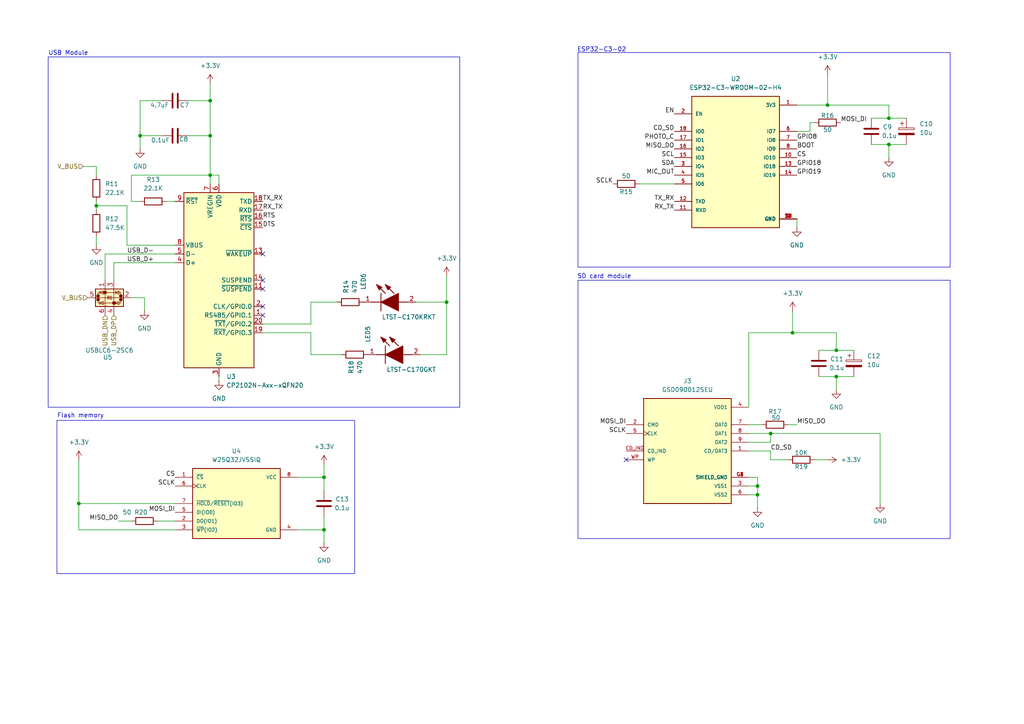
<source format=kicad_sch>
(kicad_sch (version 20250114) (generator "eeschema") (generator_version "9.0")
  (paper "A4")
  (lib_symbols
    (symbol "Device:C" (pin_numbers (hide yes)) (pin_names (offset 0.254))
      (property "Reference" "C" (at 0.635 2.54 0))
      (property "Value" "C" (at 0.635 -2.54 0))
      (symbol "C_0_1"
        (polyline (pts (xy -2.032 0.762) (xy 2.032 0.762)) (stroke (width 0.508)))
        (polyline (pts (xy -2.032 -0.762) (xy 2.032 -0.762)) (stroke (width 0.508)))
      )
      (symbol "C_1_1"
        (pin passive line (at 0 3.81 270) (length 2.794) (name "~") (number "1"))
        (pin passive line (at 0 -3.81 90) (length 2.794) (name "~") (number "2"))
      )
    )
    (symbol "Device:C_Polarized" (pin_numbers (hide yes)) (pin_names (offset 0.254))
      (property "Reference" "C" (at 0.635 2.54 0))
      (property "Value" "C_Polarized" (at 0.635 -2.54 0))
      (symbol "C_Polarized_0_1"
        (rectangle (start -2.286 0.508) (end 2.286 1.016))
        (polyline (pts (xy -1.778 2.286) (xy -0.762 2.286)))
        (polyline (pts (xy -1.27 2.794) (xy -1.27 1.778)))
        (rectangle (start 2.286 -0.508) (end -2.286 -1.016) (fill (type outline)))
      )
      (symbol "C_Polarized_1_1"
        (pin passive line (at 0 3.81 270) (length 2.794) (name "~") (number "1"))
        (pin passive line (at 0 -3.81 90) (length 2.794) (name "~") (number "2"))
      )
    )
    (symbol "Device:R" (pin_numbers (hide yes)) (pin_names (offset 0))
      (property "Reference" "R" (at 2.032 0 90))
      (property "Value" "R" (at 0 0 90))
      (symbol "R_0_1"
        (rectangle (start -1.016 -2.54) (end 1.016 2.54) (stroke (width 0.254)))
      )
      (symbol "R_1_1"
        (pin passive line (at 0 3.81 270) (length 1.27) (name "~") (number "1"))
        (pin passive line (at 0 -3.81 90) (length 1.27) (name "~") (number "2"))
      )
    )
    (symbol "ESP32-C3-WROOM-02-H4:ESP32-C3-WROOM-02-H4" (pin_names (offset 1.016))
      (property "Reference" "U" (at -12.7 21.082 0))
      (property "Value" "ESP32-C3-WROOM-02-H4" (at -12.7 -18.542 0))
      (symbol "ESP32-C3-WROOM-02-H4_0_0"
        (rectangle (start -12.7 -17.78) (end 12.7 20.32) (stroke (width 0.254)) (fill (type background)))
        (pin input line (at -17.78 15.24 0) (length 5.08) (name "EN") (number "2"))
        (pin bidirectional line (at -17.78 10.16 0) (length 5.08) (name "IO0") (number "18"))
        (pin bidirectional line (at -17.78 7.62 0) (length 5.08) (name "IO1") (number "17"))
        (pin bidirectional line (at -17.78 5.08 0) (length 5.08) (name "IO2") (number "16"))
        (pin bidirectional line (at -17.78 2.54 0) (length 5.08) (name "IO3") (number "15"))
        (pin bidirectional line (at -17.78 0 0) (length 5.08) (name "IO4") (number "3"))
        (pin bidirectional line (at -17.78 -2.54 0) (length 5.08) (name "IO5") (number "4"))
        (pin bidirectional line (at -17.78 -5.08 0) (length 5.08) (name "IO6") (number "5"))
        (pin bidirectional line (at -17.78 -10.16 0) (length 5.08) (name "TXD") (number "12"))
        (pin bidirectional line (at -17.78 -12.7 0) (length 5.08) (name "RXD") (number "11"))
        (pin power_in line (at 17.78 17.78 180) (length 5.08) (name "3V3") (number "1"))
        (pin bidirectional line (at 17.78 10.16 180) (length 5.08) (name "IO7") (number "6"))
        (pin bidirectional line (at 17.78 7.62 180) (length 5.08) (name "IO8") (number "7"))
        (pin bidirectional line (at 17.78 5.08 180) (length 5.08) (name "IO9") (number "8"))
        (pin bidirectional line (at 17.78 2.54 180) (length 5.08) (name "IO10") (number "10"))
        (pin bidirectional line (at 17.78 0 180) (length 5.08) (name "IO18") (number "13"))
        (pin bidirectional line (at 17.78 -2.54 180) (length 5.08) (name "IO19") (number "14"))
        (pin power_in line (at 17.78 -15.24 180) (length 5.08) (name "GND") (number "19"))
        (pin power_in line (at 17.78 -15.24 180) (length 5.08) (name "GND") (number "20"))
        (pin power_in line (at 17.78 -15.24 180) (length 5.08) (name "GND") (number "21"))
        (pin power_in line (at 17.78 -15.24 180) (length 5.08) (name "GND") (number "22"))
        (pin power_in line (at 17.78 -15.24 180) (length 5.08) (name "GND") (number "23"))
        (pin power_in line (at 17.78 -15.24 180) (length 5.08) (name "GND") (number "24"))
        (pin power_in line (at 17.78 -15.24 180) (length 5.08) (name "GND") (number "25"))
        (pin power_in line (at 17.78 -15.24 180) (length 5.08) (name "GND") (number "26"))
        (pin power_in line (at 17.78 -15.24 180) (length 5.08) (name "GND") (number "27"))
        (pin power_in line (at 17.78 -15.24 180) (length 5.08) (name "GND") (number "28"))
        (pin power_in line (at 17.78 -15.24 180) (length 5.08) (name "GND") (number "29"))
        (pin power_in line (at 17.78 -15.24 180) (length 5.08) (name "GND") (number "30"))
        (pin power_in line (at 17.78 -15.24 180) (length 5.08) (name "GND") (number "31"))
        (pin power_in line (at 17.78 -15.24 180) (length 5.08) (name "GND") (number "32"))
        (pin power_in line (at 17.78 -15.24 180) (length 5.08) (name "GND") (number "33"))
        (pin power_in line (at 17.78 -15.24 180) (length 5.08) (name "GND") (number "34"))
        (pin power_in line (at 17.78 -15.24 180) (length 5.08) (name "GND") (number "35"))
        (pin power_in line (at 17.78 -15.24 180) (length 5.08) (name "GND") (number "36"))
        (pin power_in line (at 17.78 -15.24 180) (length 5.08) (name "GND") (number "37"))
        (pin power_in line (at 17.78 -15.24 180) (length 5.08) (name "GND") (number "38"))
        (pin power_in line (at 17.78 -15.24 180) (length 5.08) (name "GND") (number "39"))
        (pin power_in line (at 17.78 -15.24 180) (length 5.08) (name "GND") (number "9"))
      )
    )
    (symbol "GSD090012SEU:GSD090012SEU" (pin_names (offset 1.016))
      (property "Reference" "J" (at -12.7 16.002 0))
      (property "Value" "GSD090012SEU" (at -12.7 -17.78 0))
      (symbol "GSD090012SEU_0_0"
        (rectangle (start -12.7 -15.24) (end 12.7 15.24) (stroke (width 0.254)) (fill (type background)))
        (pin bidirectional line (at -17.78 7.62 0) (length 5.08) (name "CMD") (number "2"))
        (pin bidirectional clock (at -17.78 5.08 0) (length 5.08) (name "CLK") (number "5"))
        (pin passive line (at -17.78 0 0) (length 5.08) (name "CD_IND") (number "CD_IND"))
        (pin passive line (at -17.78 -2.54 0) (length 5.08) (name "WP") (number "WP"))
        (pin power_in line (at 17.78 12.7 180) (length 5.08) (name "VDD1") (number "4"))
        (pin bidirectional line (at 17.78 7.62 180) (length 5.08) (name "DAT0") (number "7"))
        (pin bidirectional line (at 17.78 5.08 180) (length 5.08) (name "DAT1") (number "8"))
        (pin bidirectional line (at 17.78 2.54 180) (length 5.08) (name "DAT2") (number "9"))
        (pin bidirectional line (at 17.78 0 180) (length 5.08) (name "CD/DAT3") (number "1"))
        (pin power_in line (at 17.78 -7.62 180) (length 5.08) (name "SHIELD_GND") (number "G1"))
        (pin power_in line (at 17.78 -7.62 180) (length 5.08) (name "SHIELD_GND") (number "G2"))
        (pin power_in line (at 17.78 -7.62 180) (length 5.08) (name "SHIELD_GND") (number "G3"))
        (pin power_in line (at 17.78 -7.62 180) (length 5.08) (name "SHIELD_GND") (number "G4"))
        (pin power_in line (at 17.78 -10.16 180) (length 5.08) (name "VSS1") (number "3"))
        (pin power_in line (at 17.78 -12.7 180) (length 5.08) (name "VSS2") (number "6"))
      )
    )
    (symbol "Interface_USB:CP2102N-Axx-xQFN20"
      (property "Reference" "U" (at -8.89 26.67 0))
      (property "Value" "CP2102N-Axx-xQFN20" (at 12.7 26.67 0))
      (symbol "CP2102N-Axx-xQFN20_0_1"
        (rectangle (start -10.16 25.4) (end 10.16 -25.4) (stroke (width 0.254)) (fill (type background)))
      )
      (symbol "CP2102N-Axx-xQFN20_1_1"
        (pin input line (at -12.7 22.86 0) (length 2.54) (name "~{RST}") (number "9"))
        (pin input line (at -12.7 10.16 0) (length 2.54) (name "VBUS") (number "8"))
        (pin bidirectional line (at -12.7 7.62 0) (length 2.54) (name "D-") (number "5"))
        (pin bidirectional line (at -12.7 5.08 0) (length 2.54) (name "D+") (number "4"))
        (pin no_connect line (at -10.16 -22.86 0) (length 2.54) (hide yes) (name "NC") (number "10"))
        (pin power_in line (at -2.54 27.94 270) (length 2.54) (name "VREGIN") (number "7"))
        (pin power_in line (at 0 27.94 270) (length 2.54) (name "VDD") (number "6"))
        (pin passive line (at 0 -27.94 90) (length 2.54) (hide yes) (name "GND") (number "12"))
        (pin passive line (at 0 -27.94 90) (length 2.54) (hide yes) (name "GND") (number "21"))
        (pin power_in line (at 0 -27.94 90) (length 2.54) (name "GND") (number "3"))
        (pin output line (at 12.7 22.86 180) (length 2.54) (name "TXD") (number "18"))
        (pin input line (at 12.7 20.32 180) (length 2.54) (name "RXD") (number "17"))
        (pin output line (at 12.7 17.78 180) (length 2.54) (name "~{RTS}") (number "16"))
        (pin input line (at 12.7 15.24 180) (length 2.54) (name "~{CTS}") (number "15"))
        (pin input line (at 12.7 7.62 180) (length 2.54) (name "~{WAKEUP}") (number "13"))
        (pin output line (at 12.7 0 180) (length 2.54) (name "SUSPEND") (number "14"))
        (pin output line (at 12.7 -2.54 180) (length 2.54) (name "~{SUSPEND}") (number "11"))
        (pin bidirectional line (at 12.7 -7.62 180) (length 2.54) (name "CLK/GPIO.0") (number "2"))
        (pin bidirectional line (at 12.7 -10.16 180) (length 2.54) (name "RS485/GPIO.1") (number "1"))
        (pin bidirectional line (at 12.7 -12.7 180) (length 2.54) (name "~{TXT}/GPIO.2") (number "20"))
        (pin bidirectional line (at 12.7 -15.24 180) (length 2.54) (name "~{RXT}/GPIO.3") (number "19"))
      )
    )
    (symbol "LTST-C170GKT:LTST-C170GKT" (pin_names (hide yes))
      (property "Reference" "LED" (at 12.7 8.89 0))
      (property "Value" "LTST-C170GKT" (at 12.7 6.35 0))
      (symbol "LTST-C170GKT_1_1"
        (polyline (pts (xy 2.54 0) (xy 5.08 0)) (stroke (width 0.254)))
        (polyline (pts (xy 5.08 2.54) (xy 5.08 -2.54)) (stroke (width 0.254)))
        (polyline (pts (xy 5.08 0) (xy 10.16 2.54) (xy 10.16 -2.54) (xy 5.08 0)) (stroke (width 0.254)) (fill (type outline)))
        (polyline (pts (xy 5.334 4.318) (xy 4.572 3.556) (xy 3.81 5.08) (xy 5.334 4.318)) (stroke (width 0.254)) (fill (type outline)))
        (polyline (pts (xy 6.35 2.54) (xy 3.81 5.08)) (stroke (width 0.254)))
        (polyline (pts (xy 7.874 4.318) (xy 7.112 3.556) (xy 6.35 5.08) (xy 7.874 4.318)) (stroke (width 0.254)) (fill (type outline)))
        (polyline (pts (xy 8.89 2.54) (xy 6.35 5.08)) (stroke (width 0.254)))
        (polyline (pts (xy 10.16 0) (xy 12.7 0)) (stroke (width 0.254)))
        (pin passive line (at 0 0 0) (length 2.54) (name "K") (number "1"))
        (pin passive line (at 15.24 0 180) (length 2.54) (name "A") (number "2"))
      )
    )
    (symbol "LTST-C170KRKT:LTST-C170KRKT" (pin_names (hide yes))
      (property "Reference" "LED" (at 12.7 8.89 0))
      (property "Value" "LTST-C170KRKT" (at 12.7 6.35 0))
      (symbol "LTST-C170KRKT_1_1"
        (polyline (pts (xy 2.54 0) (xy 5.08 0)) (stroke (width 0.254)))
        (polyline (pts (xy 5.08 2.54) (xy 5.08 -2.54)) (stroke (width 0.254)))
        (polyline (pts (xy 5.08 0) (xy 10.16 2.54) (xy 10.16 -2.54) (xy 5.08 0)) (stroke (width 0.254)) (fill (type outline)))
        (polyline (pts (xy 5.334 4.318) (xy 4.572 3.556) (xy 3.81 5.08) (xy 5.334 4.318)) (stroke (width 0.254)) (fill (type outline)))
        (polyline (pts (xy 6.35 2.54) (xy 3.81 5.08)) (stroke (width 0.254)))
        (polyline (pts (xy 7.874 4.318) (xy 7.112 3.556) (xy 6.35 5.08) (xy 7.874 4.318)) (stroke (width 0.254)) (fill (type outline)))
        (polyline (pts (xy 8.89 2.54) (xy 6.35 5.08)) (stroke (width 0.254)))
        (polyline (pts (xy 10.16 0) (xy 12.7 0)) (stroke (width 0.254)))
        (pin passive line (at 0 0 0) (length 2.54) (name "K") (number "1"))
        (pin passive line (at 15.24 0 180) (length 2.54) (name "A") (number "2"))
      )
    )
    (symbol "Power_Protection:USBLC6-2SC6" (pin_names (hide yes))
      (property "Reference" "U" (at 0.635 5.715 0))
      (property "Value" "USBLC6-2SC6" (at 0.635 3.81 0))
      (symbol "USBLC6-2SC6_0_0"
        (circle (center -1.524 0) (radius 0.0001) (stroke (width 0.508)))
        (circle (center -0.508 2.032) (radius 0.0001) (stroke (width 0.508)))
        (circle (center -0.508 -4.572) (radius 0.0001) (stroke (width 0.508)))
        (circle (center 0.508 2.032) (radius 0.0001) (stroke (width 0.508)))
        (circle (center 0.508 -4.572) (radius 0.0001) (stroke (width 0.508)))
        (circle (center 1.524 -2.54) (radius 0.0001) (stroke (width 0.508)))
      )
      (symbol "USBLC6-2SC6_0_1"
        (polyline (pts (xy -2.54 0) (xy 2.54 0)))
        (polyline (pts (xy -2.54 -2.54) (xy 2.54 -2.54)))
        (polyline (pts (xy -2.032 0.508) (xy -1.016 0.508) (xy -1.524 1.524) (xy -2.032 0.508)))
        (polyline (pts (xy -2.032 -3.048) (xy -1.016 -3.048)))
        (polyline (pts (xy -1.016 1.524) (xy -2.032 1.524)))
        (polyline (pts (xy -1.016 -4.064) (xy -2.032 -4.064) (xy -1.524 -3.048) (xy -1.016 -4.064)))
        (polyline (pts (xy -0.508 -1.143) (xy -0.508 -0.762) (xy 0.508 -0.762)))
        (polyline (pts (xy 0 2.54) (xy -0.508 2.032) (xy 0.508 2.032) (xy 0 1.524) (xy 0 -4.064) (xy -0.508 -4.572) (xy 0.508 -4.572) (xy 0 -5.08)))
        (polyline (pts (xy 0.508 -1.778) (xy -0.508 -1.778) (xy 0 -0.762) (xy 0.508 -1.778)))
        (polyline (pts (xy 1.016 1.524) (xy 2.032 1.524)))
        (polyline (pts (xy 1.016 -3.048) (xy 2.032 -3.048)))
        (polyline (pts (xy 2.032 0.508) (xy 1.016 0.508) (xy 1.524 1.524) (xy 2.032 0.508)))
        (polyline (pts (xy 2.032 -4.064) (xy 1.016 -4.064) (xy 1.524 -3.048) (xy 2.032 -4.064)))
      )
      (symbol "USBLC6-2SC6_1_1"
        (rectangle (start -2.54 2.794) (end 2.54 -5.334) (stroke (width 0.254)) (fill (type background)))
        (polyline (pts (xy -0.508 2.032) (xy -1.524 2.032) (xy -1.524 -4.572) (xy -0.508 -4.572)))
        (polyline (pts (xy 0.508 -4.572) (xy 1.524 -4.572) (xy 1.524 2.032) (xy 0.508 2.032)))
        (pin passive line (at -5.08 0 0) (length 2.54) (name "I/O1") (number "1"))
        (pin passive line (at -5.08 -2.54 0) (length 2.54) (name "I/O2") (number "3"))
        (pin passive line (at 0 5.08 270) (length 2.54) (name "VBUS") (number "5"))
        (pin passive line (at 0 -7.62 90) (length 2.54) (name "GND") (number "2"))
        (pin passive line (at 5.08 0 180) (length 2.54) (name "I/O1") (number "6"))
        (pin passive line (at 5.08 -2.54 180) (length 2.54) (name "I/O2") (number "4"))
      )
    )
    (symbol "W25Q32JVSSIQ:W25Q32JVSSIQ" (pin_names (offset 1.016))
      (property "Reference" "U" (at -12.4723 10.945 0))
      (property "Value" "W25Q32JVSSIQ" (at -12.4744 -12.2198 0))
      (symbol "W25Q32JVSSIQ_0_0"
        (rectangle (start -12.7 -10.16) (end 12.7 10.16) (stroke (width 0.254)) (fill (type background)))
        (pin input line (at -17.78 7.62 0) (length 5.08) (name "~{CS}") (number "1"))
        (pin input clock (at -17.78 5.08 0) (length 5.08) (name "CLK") (number "6"))
        (pin bidirectional line (at -17.78 0 0) (length 5.08) (name "~{HOLD}/~{RESET}(IO3)") (number "7"))
        (pin bidirectional line (at -17.78 -2.54 0) (length 5.08) (name "DI(IO0)") (number "5"))
        (pin bidirectional line (at -17.78 -5.08 0) (length 5.08) (name "DO(IO1)") (number "2"))
        (pin bidirectional line (at -17.78 -7.62 0) (length 5.08) (name "~{WP}(IO2)") (number "3"))
        (pin power_in line (at 17.78 7.62 180) (length 5.08) (name "VCC") (number "8"))
        (pin power_in line (at 17.78 -7.62 180) (length 5.08) (name "GND") (number "4"))
      )
    )
    (symbol "power:+3.3V" (power) (pin_numbers (hide yes)) (pin_names (offset 0) (hide yes))
      (property "Value" "+3.3V" (at 0 3.556 0))
      (symbol "+3.3V_0_1"
        (polyline (pts (xy -0.762 1.27) (xy 0 2.54)))
        (polyline (pts (xy 0 2.54) (xy 0.762 1.27)))
        (polyline (pts (xy 0 0) (xy 0 2.54)))
      )
      (symbol "+3.3V_1_1"
        (pin power_in line (at 0 0 90) (length 0) (name "~") (number "1"))
      )
    )
    (symbol "power:GND" (power) (pin_numbers (hide yes)) (pin_names (offset 0) (hide yes))
      (property "Value" "GND" (at 0 -3.81 0))
      (symbol "GND_0_1"
        (polyline (pts (xy 0 0) (xy 0 -1.27) (xy 1.27 -1.27) (xy 0 -2.54) (xy -1.27 -1.27) (xy 0 -1.27)))
      )
      (symbol "GND_1_1"
        (pin power_in line (at 0 0 270) (length 0) (name "~") (number "1"))
      )
    )
  )
  (rectangle (start 167.64 15.24) (end 275.59 77.47))
  (rectangle (start 167.64 81.28) (end 275.59 156.21))
  (rectangle (start 16.51 121.92) (end 102.87 166.37))
  (rectangle (start 13.97 16.51) (end 133.35 118.11))
  (text "SD card module" (at 175.26 80.264 0) (effects (font (size 1.27 1.27))))
  (text "USB Module" (at 19.812 15.494 0) (effects (font (size 1.27 1.27))))
  (text "Flash memory" (at 23.368 120.65 0) (effects (font (size 1.27 1.27))))
  (text "ESP32-C3-02 " (at 175.006 14.478 0) (effects (font (size 1.27 1.27))))
  (junction (at 219.71 143.51))
  (junction (at 60.96 29.21))
  (junction (at 60.96 50.8))
  (junction (at 257.81 41.91))
  (junction (at 27.94 59.69))
  (junction (at 242.57 109.22))
  (junction (at 93.98 138.43))
  (junction (at 129.54 87.63))
  (junction (at 242.57 101.6))
  (junction (at 229.87 96.52))
  (junction (at 257.81 34.29))
  (junction (at 93.98 153.67))
  (junction (at 240.03 30.48))
  (junction (at 219.71 140.97))
  (junction (at 22.86 146.05))
  (junction (at 40.64 39.37))
  (junction (at 223.52 125.73))
  (junction (at 60.96 39.37))
  (no_connect (at 76.2 83.82))
  (no_connect (at 76.2 91.44))
  (no_connect (at 76.2 81.28))
  (no_connect (at 76.2 88.9))
  (no_connect (at 181.61 133.35))
  (no_connect (at 76.2 73.66))
  (wire (pts (xy 217.17 96.52) (xy 229.87 96.52)))
  (wire (pts (xy 93.98 134.62) (xy 93.98 138.43)))
  (wire (pts (xy 228.6 123.19) (xy 231.14 123.19)))
  (wire (pts (xy 50.8 153.67) (xy 22.86 153.67)))
  (wire (pts (xy 60.96 24.13) (xy 60.96 29.21)))
  (wire (pts (xy 242.57 109.22) (xy 247.65 109.22)))
  (wire (pts (xy 93.98 138.43) (xy 93.98 142.24)))
  (wire (pts (xy 50.8 71.12) (xy 36.83 71.12)))
  (wire (pts (xy 234.95 35.56) (xy 236.22 35.56)))
  (wire (pts (xy 231.14 63.5) (xy 231.14 66.04)))
  (wire (pts (xy 60.96 29.21) (xy 60.96 39.37)))
  (wire (pts (xy 217.17 128.27) (xy 223.52 128.27)))
  (wire (pts (xy 217.17 138.43) (xy 219.71 138.43)))
  (wire (pts (xy 34.29 151.13) (xy 38.1 151.13)))
  (wire (pts (xy 86.36 138.43) (xy 93.98 138.43)))
  (wire (pts (xy 54.61 29.21) (xy 60.96 29.21)))
  (wire (pts (xy 234.95 38.1) (xy 234.95 35.56)))
  (wire (pts (xy 27.94 58.42) (xy 27.94 59.69)))
  (wire (pts (xy 255.27 125.73) (xy 255.27 146.05)))
  (wire (pts (xy 237.49 109.22) (xy 242.57 109.22)))
  (wire (pts (xy 40.64 29.21) (xy 40.64 39.37)))
  (wire (pts (xy 38.1 86.36) (xy 41.91 86.36)))
  (wire (pts (xy 38.1 58.42) (xy 38.1 50.8)))
  (wire (pts (xy 63.5 109.22) (xy 63.5 110.49)))
  (wire (pts (xy 219.71 140.97) (xy 219.71 143.51)))
  (wire (pts (xy 27.94 48.26) (xy 27.94 50.8)))
  (wire (pts (xy 217.17 140.97) (xy 219.71 140.97)))
  (wire (pts (xy 33.02 81.28) (xy 33.02 76.2)))
  (wire (pts (xy 229.87 90.17) (xy 229.87 96.52)))
  (wire (pts (xy 41.91 86.36) (xy 41.91 90.17)))
  (wire (pts (xy 219.71 143.51) (xy 219.71 147.32)))
  (wire (pts (xy 93.98 153.67) (xy 86.36 153.67)))
  (wire (pts (xy 129.54 87.63) (xy 120.65 87.63)))
  (wire (pts (xy 242.57 96.52) (xy 242.57 101.6)))
  (wire (pts (xy 22.86 133.35) (xy 22.86 146.05)))
  (wire (pts (xy 129.54 80.01) (xy 129.54 87.63)))
  (wire (pts (xy 223.52 125.73) (xy 255.27 125.73)))
  (wire (pts (xy 257.81 34.29) (xy 262.89 34.29)))
  (wire (pts (xy 93.98 153.67) (xy 93.98 157.48)))
  (wire (pts (xy 40.64 39.37) (xy 40.64 43.18)))
  (wire (pts (xy 242.57 101.6) (xy 247.65 101.6)))
  (wire (pts (xy 223.52 128.27) (xy 223.52 125.73)))
  (wire (pts (xy 257.81 41.91) (xy 257.81 45.72)))
  (wire (pts (xy 223.52 130.81) (xy 223.52 133.35)))
  (wire (pts (xy 24.13 48.26) (xy 27.94 48.26)))
  (wire (pts (xy 121.92 102.87) (xy 129.54 102.87)))
  (wire (pts (xy 90.17 87.63) (xy 97.79 87.63)))
  (wire (pts (xy 90.17 93.98) (xy 90.17 87.63)))
  (wire (pts (xy 217.17 130.81) (xy 223.52 130.81)))
  (wire (pts (xy 231.14 30.48) (xy 240.03 30.48)))
  (wire (pts (xy 217.17 143.51) (xy 219.71 143.51)))
  (wire (pts (xy 252.73 41.91) (xy 257.81 41.91)))
  (wire (pts (xy 217.17 125.73) (xy 223.52 125.73)))
  (wire (pts (xy 54.61 39.37) (xy 60.96 39.37)))
  (wire (pts (xy 240.03 21.59) (xy 240.03 30.48)))
  (wire (pts (xy 30.48 81.28) (xy 30.48 73.66)))
  (wire (pts (xy 217.17 118.11) (xy 217.17 96.52)))
  (wire (pts (xy 90.17 96.52) (xy 90.17 102.87)))
  (wire (pts (xy 219.71 138.43) (xy 219.71 140.97)))
  (wire (pts (xy 231.14 38.1) (xy 234.95 38.1)))
  (wire (pts (xy 76.2 96.52) (xy 90.17 96.52)))
  (wire (pts (xy 27.94 68.58) (xy 27.94 71.12)))
  (wire (pts (xy 236.22 133.35) (xy 240.03 133.35)))
  (wire (pts (xy 228.6 133.35) (xy 223.52 133.35)))
  (wire (pts (xy 33.02 76.2) (xy 50.8 76.2)))
  (wire (pts (xy 40.64 58.42) (xy 38.1 58.42)))
  (wire (pts (xy 240.03 30.48) (xy 257.81 30.48)))
  (wire (pts (xy 242.57 109.22) (xy 242.57 113.03)))
  (wire (pts (xy 48.26 58.42) (xy 50.8 58.42)))
  (wire (pts (xy 27.94 59.69) (xy 27.94 60.96)))
  (wire (pts (xy 63.5 53.34) (xy 63.5 50.8)))
  (wire (pts (xy 229.87 96.52) (xy 242.57 96.52)))
  (wire (pts (xy 50.8 146.05) (xy 22.86 146.05)))
  (wire (pts (xy 90.17 102.87) (xy 99.06 102.87)))
  (wire (pts (xy 257.81 30.48) (xy 257.81 34.29)))
  (wire (pts (xy 60.96 50.8) (xy 60.96 53.34)))
  (wire (pts (xy 93.98 149.86) (xy 93.98 153.67)))
  (wire (pts (xy 63.5 50.8) (xy 60.96 50.8)))
  (wire (pts (xy 46.99 29.21) (xy 40.64 29.21)))
  (wire (pts (xy 217.17 123.19) (xy 220.98 123.19)))
  (wire (pts (xy 76.2 93.98) (xy 90.17 93.98)))
  (wire (pts (xy 257.81 41.91) (xy 262.89 41.91)))
  (wire (pts (xy 38.1 50.8) (xy 60.96 50.8)))
  (wire (pts (xy 22.86 146.05) (xy 22.86 153.67)))
  (wire (pts (xy 40.64 39.37) (xy 46.99 39.37)))
  (wire (pts (xy 237.49 101.6) (xy 242.57 101.6)))
  (wire (pts (xy 30.48 73.66) (xy 50.8 73.66)))
  (wire (pts (xy 45.72 151.13) (xy 50.8 151.13)))
  (wire (pts (xy 36.83 59.69) (xy 27.94 59.69)))
  (wire (pts (xy 129.54 87.63) (xy 129.54 102.87)))
  (wire (pts (xy 252.73 34.29) (xy 257.81 34.29)))
  (wire (pts (xy 36.83 71.12) (xy 36.83 59.69)))
  (wire (pts (xy 185.42 53.34) (xy 195.58 53.34)))
  (wire (pts (xy 60.96 39.37) (xy 60.96 50.8)))
  (label "SCLK" (at 50.8 140.97 180))
  (label "TX_RX" (at 76.2 58.42 0))
  (label "USB_D+" (at 36.83 76.2 0))
  (label "CD_SD" (at 195.58 38.1 180))
  (label "MIC_OUT" (at 195.58 50.8 180))
  (label "MOSI_DI" (at 243.84 35.56 0))
  (label "BOOT" (at 231.14 43.18 0))
  (label "CD_SD" (at 223.52 130.81 0))
  (label "GPIO18" (at 231.14 48.26 0))
  (label "MISO_DO" (at 195.58 43.18 180))
  (label "DTS" (at 76.2 66.04 0))
  (label "SCLK" (at 177.8 53.34 180))
  (label "RTS" (at 76.2 63.5 0))
  (label "CS" (at 231.14 45.72 0))
  (label "GPIO19" (at 231.14 50.8 0))
  (label "SCL" (at 195.58 45.72 180))
  (label "SCLK" (at 181.61 125.73 180))
  (label "GPIO8" (at 231.14 40.64 0))
  (label "MOSI_DI" (at 50.8 148.59 180))
  (label "RX_TX" (at 76.2 60.96 0))
  (label "PHOTO_C" (at 195.58 40.64 180))
  (label "EN" (at 195.58 33.02 180))
  (label "MOSI_DI" (at 181.61 123.19 180))
  (label "MISO_DO" (at 34.29 151.13 180))
  (label "MISO_DO" (at 231.14 123.19 0))
  (label "TX_RX" (at 195.58 58.42 180))
  (label "SDA" (at 195.58 48.26 180))
  (label "RX_TX" (at 195.58 60.96 180))
  (label "CS" (at 50.8 138.43 180))
  (label "USB_D-" (at 36.83 73.66 0))
  (hierarchical_label "V_BUS" (shape input) (at 24.13 48.26 180))
  (hierarchical_label "USB_DP" (shape input) (at 33.02 91.44 270))
  (hierarchical_label "V_BUS" (shape input) (at 25.4 86.36 180))
  (hierarchical_label "USB_DN" (shape input) (at 30.48 91.44 270))
  (symbol (lib_id "power:GND") (at 27.94 71.12 0) (unit 1)
    (property "Reference" "#PWR020" (effects (hide yes)))
    (property "Value" "GND" (at 27.94 76.2 0))
    (property "Description" "Power symbol creates a global label with name \"GND\" , ground" (effects (hide yes)))
  )
  (symbol (lib_id "power:+3.3V") (at 60.96 24.13 0) (unit 1)
    (property "Reference" "#PWR021" (effects (hide yes)))
    (property "Value" "+3.3V" (at 60.96 19.05 0))
    (property "Description" "Power symbol creates a global label with name \"+3.3V\"" (effects (hide yes)))
  )
  (symbol (lib_id "Device:C") (at 50.8 29.21 90) (unit 1)
    (property "Reference" "C7" (at 54.864 30.48 90) (effects (justify left)))
    (property "Value" "4.7uF" (at 49.022 30.48 90) (effects (justify left)))
    (property "Description" "Unpolarized capacitor" (effects (hide yes)))
  )
  (symbol (lib_id "W25Q32JVSSIQ:W25Q32JVSSIQ") (at 68.58 146.05 0) (unit 1)
    (property "Reference" "U4" (at 68.58 130.81 0))
    (property "Value" "W25Q32JVSSIQ" (at 68.58 133.35 0))
    (property "Footprint" "W25Q32JVSSIQ:SOIC127P790X216-8N" (effects (hide yes)))
    (property "MF" "Winbond" (effects (hide yes)))
    (property "Description_1" "FLASH - NOR Memory IC 32Mb (4M x 8) SPI - Quad I/O 133 MHz 8-SOIC" (effects (hide yes)))
    (property "Package" "SOIC-8 Winbond" (effects (hide yes)))
    (property "Price" "None" (effects (hide yes)))
    (property "SnapEDA_Link" "https://www.snapeda.com/parts/W25Q32JVSSIQ/Winbond+Electronics/view-part/?ref=snap" (effects (hide yes)))
    (property "MP" "W25Q32JVSSIQ" (effects (hide yes)))
    (property "M_PART_NUMBER" "W25QXX" (effects (hide yes)))
    (property "Availability" "In Stock" (effects (hide yes)))
    (property "Check_prices" "https://www.snapeda.com/parts/W25Q32JVSSIQ/Winbond+Electronics/view-part/?ref=eda" (effects (hide yes)))
  )
  (symbol (lib_id "Device:R") (at 102.87 102.87 270) (unit 1)
    (property "Reference" "R18" (at 101.854 108.458 0) (effects (justify right)))
    (property "Value" "470" (at 104.394 108.458 0) (effects (justify right)))
    (property "Description" "Resistor" (effects (hide yes)))
  )
  (symbol (lib_id "power:+3.3V") (at 229.87 90.17 0) (unit 1)
    (property "Reference" "#PWR031" (effects (hide yes)))
    (property "Value" "+3.3V" (at 229.87 85.09 0))
    (property "Description" "Power symbol creates a global label with name \"+3.3V\"" (effects (hide yes)))
  )
  (symbol (lib_id "Device:R") (at 27.94 54.61 0) (unit 1)
    (property "Reference" "R11" (at 30.48 53.3399 0) (effects (justify left)))
    (property "Value" "22.1K" (at 30.48 55.8799 0) (effects (justify left)))
    (property "Description" "Resistor" (effects (hide yes)))
  )
  (symbol (lib_id "Device:C_Polarized") (at 247.65 105.41 0) (unit 1)
    (property "Reference" "C12" (at 251.46 103.2509 0) (effects (justify left)))
    (property "Value" "10u" (at 251.46 105.7909 0) (effects (justify left)))
    (property "Description" "Polarized capacitor" (effects (hide yes)))
  )
  (symbol (lib_id "power:+3.3V") (at 240.03 21.59 0) (unit 1)
    (property "Reference" "#PWR026" (effects (hide yes)))
    (property "Value" "+3.3V" (at 240.03 16.51 0))
    (property "Description" "Power symbol creates a global label with name \"+3.3V\"" (effects (hide yes)))
  )
  (symbol (lib_id "power:GND") (at 231.14 66.04 0) (unit 1)
    (property "Reference" "#PWR024" (effects (hide yes)))
    (property "Value" "GND" (at 231.14 71.12 0))
    (property "Description" "Power symbol creates a global label with name \"GND\" , ground" (effects (hide yes)))
  )
  (symbol (lib_id "GSD090012SEU:GSD090012SEU") (at 199.39 130.81 0) (unit 1)
    (property "Reference" "J3" (at 199.39 110.49 0))
    (property "Value" "GSD090012SEU" (at 199.39 113.03 0))
    (property "Footprint" "GSD090012SEU:AMPHENOL_GSD090012SEU" (effects (hide yes)))
    (property "MF" "Amphenol" (effects (hide yes)))
    (property "MAXIMUM_PACKAGE_HEIGHT" "2.95mm" (effects (hide yes)))
    (property "Package" "None" (effects (hide yes)))
    (property "Price" "None" (effects (hide yes)))
    (property "Check_prices" "https://www.snapeda.com/parts/GSD090012SEU/Amphenol/view-part/?ref=eda" (effects (hide yes)))
    (property "STANDARD" "Manufacturer Recommendations" (effects (hide yes)))
    (property "PARTREV" "E" (effects (hide yes)))
    (property "SnapEDA_Link" "https://www.snapeda.com/parts/GSD090012SEU/Amphenol/view-part/?ref=snap" (effects (hide yes)))
    (property "MP" "GSD090012SEU" (effects (hide yes)))
    (property "Description_1" "Micro SD and SD Card Sockets, Input Output Connectors, SD Socket,9 Position,SMT" (effects (hide yes)))
    (property "Availability" "In Stock" (effects (hide yes)))
    (property "MANUFACTURER" "Amphenol" (effects (hide yes)))
  )
  (symbol (lib_id "power:GND") (at 242.57 113.03 0) (unit 1)
    (property "Reference" "#PWR030" (effects (hide yes)))
    (property "Value" "GND" (at 242.57 118.11 0))
    (property "Description" "Power symbol creates a global label with name \"GND\" , ground" (effects (hide yes)))
  )
  (symbol (lib_id "Device:R") (at 44.45 58.42 90) (unit 1)
    (property "Reference" "R13" (at 44.45 52.07 90))
    (property "Value" "22.1K" (at 44.45 54.61 90))
    (property "Description" "Resistor" (effects (hide yes)))
  )
  (symbol (lib_id "power:GND") (at 93.98 157.48 0) (unit 1)
    (property "Reference" "#PWR034" (effects (hide yes)))
    (property "Value" "GND" (at 93.98 162.56 0))
    (property "Description" "Power symbol creates a global label with name \"GND\" , ground" (effects (hide yes)))
  )
  (symbol (lib_id "power:+3.3V") (at 129.54 80.01 0) (unit 1)
    (property "Reference" "#PWR023" (effects (hide yes)))
    (property "Value" "+3.3V" (at 129.54 74.93 0))
    (property "Description" "Power symbol creates a global label with name \"+3.3V\"" (effects (hide yes)))
  )
  (symbol (lib_id "Device:R") (at 181.61 53.34 90) (unit 1)
    (property "Reference" "R15" (at 181.61 55.626 90))
    (property "Value" "50" (at 181.61 51.054 90))
    (property "Description" "Resistor" (effects (hide yes)))
  )
  (symbol (lib_id "power:GND") (at 40.64 43.18 0) (unit 1)
    (property "Reference" "#PWR022" (effects (hide yes)))
    (property "Value" "GND" (at 40.64 48.26 0))
    (property "Description" "Power symbol creates a global label with name \"GND\" , ground" (effects (hide yes)))
  )
  (symbol (lib_id "power:+3.3V") (at 22.86 133.35 0) (unit 1)
    (property "Reference" "#PWR032" (effects (hide yes)))
    (property "Value" "+3.3V" (at 22.86 128.27 0))
    (property "Description" "Power symbol creates a global label with name \"+3.3V\"" (effects (hide yes)))
  )
  (symbol (lib_id "Device:C") (at 237.49 105.41 0) (unit 1)
    (property "Reference" "C11" (at 240.792 104.14 0) (effects (justify left)))
    (property "Value" "0.1u" (at 240.538 106.68 0) (effects (justify left)))
    (property "Description" "Unpolarized capacitor" (effects (hide yes)))
  )
  (symbol (lib_id "power:GND") (at 41.91 90.17 0) (unit 1)
    (property "Reference" "#PWR019" (effects (hide yes)))
    (property "Value" "GND" (at 41.91 95.25 0))
    (property "Description" "Power symbol creates a global label with name \"GND\" , ground" (effects (hide yes)))
  )
  (symbol (lib_id "Device:C") (at 252.73 38.1 0) (unit 1)
    (property "Reference" "C9" (at 256.032 36.83 0) (effects (justify left)))
    (property "Value" "0.1u" (at 255.778 39.37 0) (effects (justify left)))
    (property "Description" "Unpolarized capacitor" (effects (hide yes)))
  )
  (symbol (lib_id "ESP32-C3-WROOM-02-H4:ESP32-C3-WROOM-02-H4") (at 213.36 48.26 0) (unit 1)
    (property "Reference" "U2" (at 213.36 22.86 0))
    (property "Value" "ESP32-C3-WROOM-02-H4" (at 213.36 25.4 0))
    (property "Footprint" "ESP32-C3-WROOM-02-H4:MODULE_ESP32-C3-WROOM-02-H4" (effects (hide yes)))
    (property "MF" "Espressif Systems" (effects (hide yes)))
    (property "Description_1" "WiFi Modules (802.11) (Engineering Samples) SMD module, ESP32-C3, 4MB SPI flash, PCB antenna, -40 C +105 C" (effects (hide yes)))
    (property "Package" "Package" (effects (hide yes)))
    (property "Price" "None" (effects (hide yes)))
    (property "Check_prices" "https://www.snapeda.com/parts/ESP32-C3-WROOM-02-H4/Espressif+Systems/view-part/?ref=eda" (effects (hide yes)))
    (property "SnapEDA_Link" "https://www.snapeda.com/parts/ESP32-C3-WROOM-02-H4/Espressif+Systems/view-part/?ref=snap" (effects (hide yes)))
    (property "MP" "ESP32-C3-WROOM-02-H4" (effects (hide yes)))
    (property "Availability" "In Stock" (effects (hide yes)))
    (property "Purchase-URL" "https://pricing.snapeda.com/search/part/ESP32-C3-WROOM-02-H4/?ref=eda" (effects (hide yes)))
  )
  (symbol (lib_id "Device:C_Polarized") (at 262.89 38.1 0) (unit 1)
    (property "Reference" "C10" (at 266.7 35.9409 0) (effects (justify left)))
    (property "Value" "10u" (at 266.7 38.4809 0) (effects (justify left)))
    (property "Description" "Polarized capacitor" (effects (hide yes)))
  )
  (symbol (lib_id "Device:R") (at 27.94 64.77 0) (unit 1)
    (property "Reference" "R12" (at 30.48 63.4999 0) (effects (justify left)))
    (property "Value" "47.5K" (at 30.48 66.0399 0) (effects (justify left)))
    (property "Description" "Resistor" (effects (hide yes)))
  )
  (symbol (lib_id "power:GND") (at 257.81 45.72 0) (unit 1)
    (property "Reference" "#PWR025" (effects (hide yes)))
    (property "Value" "GND" (at 257.81 50.8 0))
    (property "Description" "Power symbol creates a global label with name \"GND\" , ground" (effects (hide yes)))
  )
  (symbol (lib_id "power:GND") (at 63.5 110.49 0) (unit 1)
    (property "Reference" "#PWR035" (effects (hide yes)))
    (property "Value" "GND" (at 63.5 115.57 0))
    (property "Description" "Power symbol creates a global label with name \"GND\" , ground" (effects (hide yes)))
  )
  (symbol (lib_id "LTST-C170GKT:LTST-C170GKT") (at 106.68 102.87 0) (unit 1)
    (property "Reference" "LED5" (at 106.68 94.488 90) (effects (justify right)))
    (property "Value" "LTST-C170GKT" (at 126.492 107.188 0) (effects (justify right)))
    (property "Footprint" "LEDC2012X120N" (effects (hide yes)))
    (property "Datasheet" "https://mm.digikey.com/Volume0/opasdata/d220001/medias/docus/895/LTST-C170GKT.pdf" (effects (hide yes)))
    (property "Description" "LED,SMD,0805,Green,6mcd,130deg Lite-On LTST-C170GKT, CHIPLED 0805 Series Green LED, 569 nm 2012 (0805), Rectangle Lens SMD package" (effects (hide yes)))
    (property "Height" "1.2" (effects (hide yes)))
    (property "Manufacturer_Name" "Lite-On" (effects (hide yes)))
    (property "Manufacturer_Part_Number" "LTST-C170GKT" (effects (hide yes)))
    (property "Mouser Part Number" "859-LTST-C170GKT" (effects (hide yes)))
    (property "Mouser Price/Stock" "https://www.mouser.co.uk/ProductDetail/Lite-On/LTST-C170GKT?qs=%2FSqKn2EfXQSV5aRij3YIfQ%3D%3D" (effects (hide yes)))
    (property "Arrow Part Number" "LTST-C170GKT" (effects (hide yes)))
    (property "Arrow Price/Stock" "https://www.arrow.com/en/products/ltst-c170gkt/lite-on-technology?utm_currency=USD&region=nac" (effects (hide yes)))
  )
  (symbol (lib_id "power:GND") (at 255.27 146.05 0) (unit 1)
    (property "Reference" "#PWR029" (effects (hide yes)))
    (property "Value" "GND" (at 255.27 151.13 0))
    (property "Description" "Power symbol creates a global label with name \"GND\" , ground" (effects (hide yes)))
  )
  (symbol (lib_id "Device:R") (at 224.79 123.19 90) (unit 1)
    (property "Reference" "R17" (at 224.79 119.38 90))
    (property "Value" "50" (at 225.044 121.158 90))
    (property "Description" "Resistor" (effects (hide yes)))
  )
  (symbol (lib_id "Interface_USB:CP2102N-Axx-xQFN20") (at 63.5 81.28 0) (unit 1)
    (property "Reference" "U3" (at 65.6433 109.22 0) (effects (justify left)))
    (property "Value" "CP2102N-Axx-xQFN20" (at 65.6433 111.76 0) (effects (justify left)))
    (property "Footprint" "Package_DFN_QFN:SiliconLabs_QFN-20-1EP_3x3mm_P0.5mm" (effects (hide yes)))
    (property "Datasheet" "https://www.silabs.com/documents/public/data-sheets/cp2102n-datasheet.pdf" (effects (hide yes)))
    (property "Description" "USB to UART master bridge, QFN-20" (effects (hide yes)))
  )
  (symbol (lib_id "LTST-C170KRKT:LTST-C170KRKT") (at 105.41 87.63 0) (unit 1)
    (property "Reference" "LED6" (at 105.41 84.074 90) (effects (justify left)))
    (property "Value" "LTST-C170KRKT" (at 110.744 91.948 0) (effects (justify left)))
    (property "Footprint" "LEDC2012X120N" (effects (hide yes)))
    (property "Datasheet" "https://componentsearchengine.com/Datasheets/1/LTST-C170KRKT.pdf" (effects (hide yes)))
    (property "Description" "Standard LEDs - SMD Red Clear 631nm" (effects (hide yes)))
    (property "Height" "1.2" (effects (hide yes)))
    (property "Manufacturer_Name" "Lite-On" (effects (hide yes)))
    (property "Manufacturer_Part_Number" "LTST-C170KRKT" (effects (hide yes)))
    (property "Mouser Part Number" "859-LTST-C170KRKT" (effects (hide yes)))
    (property "Mouser Price/Stock" "https://www.mouser.co.uk/ProductDetail/Lite-On/LTST-C170KRKT?qs=NUb82WqeCyrVOID%2Fxt4rgA%3D%3D" (effects (hide yes)))
    (property "Arrow Part Number" "LTST-C170KRKT" (effects (hide yes)))
    (property "Arrow Price/Stock" "https://www.arrow.com/en/products/ltst-c170krkt/lite-on-technology?utm_currency=USD&region=nac" (effects (hide yes)))
  )
  (symbol (lib_id "Device:R") (at 240.03 35.56 90) (unit 1)
    (property "Reference" "R16" (at 240.03 33.528 90))
    (property "Value" "50" (at 240.03 37.592 90))
    (property "Description" "Resistor" (effects (hide yes)))
  )
  (symbol (lib_id "Device:C") (at 50.8 39.37 90) (unit 1)
    (property "Reference" "C8" (at 54.61 40.386 90) (effects (justify left)))
    (property "Value" "0.1uF" (at 49.276 40.64 90) (effects (justify left)))
    (property "Description" "Unpolarized capacitor" (effects (hide yes)))
  )
  (symbol (lib_id "power:GND") (at 219.71 147.32 0) (unit 1)
    (property "Reference" "#PWR028" (effects (hide yes)))
    (property "Value" "GND" (at 219.71 152.4 0))
    (property "Description" "Power symbol creates a global label with name \"GND\" , ground" (effects (hide yes)))
  )
  (symbol (lib_id "power:+3.3V") (at 240.03 133.35 270) (unit 1)
    (property "Reference" "#PWR027" (effects (hide yes)))
    (property "Value" "+3.3V" (at 243.84 133.3499 90) (effects (justify left)))
    (property "Description" "Power symbol creates a global label with name \"+3.3V\"" (effects (hide yes)))
  )
  (symbol (lib_id "Device:R") (at 232.41 133.35 90) (unit 1)
    (property "Reference" "R19" (at 232.41 135.382 90))
    (property "Value" "10K" (at 232.41 131.318 90))
    (property "Description" "Resistor" (effects (hide yes)))
  )
  (symbol (lib_id "Device:C") (at 93.98 146.05 0) (unit 1)
    (property "Reference" "C13" (at 97.282 144.78 0) (effects (justify left)))
    (property "Value" "0.1u" (at 97.028 147.32 0) (effects (justify left)))
    (property "Description" "Unpolarized capacitor" (effects (hide yes)))
  )
  (symbol (lib_id "Device:R") (at 101.6 87.63 270) (unit 1)
    (property "Reference" "R14" (at 100.3299 85.09 0) (effects (justify right)))
    (property "Value" "470" (at 102.8699 85.09 0) (effects (justify right)))
    (property "Description" "Resistor" (effects (hide yes)))
  )
  (symbol (lib_id "Power_Protection:USBLC6-2SC6") (at 30.48 86.36 90) (mirror x) (unit 1)
    (property "Reference" "U5" (at 31.242 103.632 90))
    (property "Value" "USBLC6-2SC6" (at 31.75 101.6 90))
    (property "Footprint" "Package_TO_SOT_SMD:SOT-23-6" (effects (hide yes)))
    (property "Datasheet" "https://www.st.com/resource/en/datasheet/usblc6-2.pdf" (effects (hide yes)))
    (property "Description" "Very low capacitance ESD protection diode, 2 data-line, SOT-23-6" (effects (hide yes)))
  )
  (symbol (lib_id "power:+3.3V") (at 93.98 134.62 0) (unit 1)
    (property "Reference" "#PWR033" (effects (hide yes)))
    (property "Value" "+3.3V" (at 93.98 129.54 0))
    (property "Description" "Power symbol creates a global label with name \"+3.3V\"" (effects (hide yes)))
  )
  (symbol (lib_id "Device:R") (at 41.91 151.13 90) (unit 1)
    (property "Reference" "R20" (at 40.894 148.59 90))
    (property "Value" "50" (at 36.83 148.59 90))
    (property "Description" "Resistor" (effects (hide yes)))
  )
)
</source>
